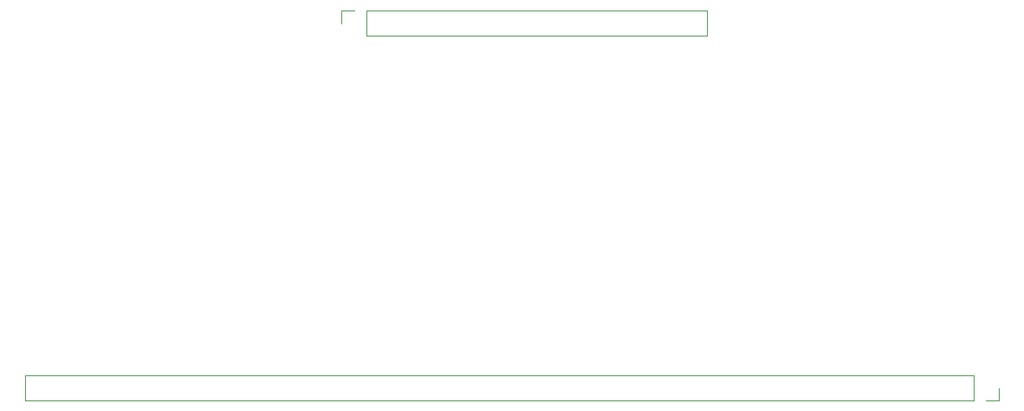
<source format=gbr>
%TF.GenerationSoftware,KiCad,Pcbnew,(6.0.0-0)*%
%TF.CreationDate,2022-01-25T13:08:08-05:00*%
%TF.ProjectId,EEPROM-Board,45455052-4f4d-42d4-926f-6172642e6b69,rev?*%
%TF.SameCoordinates,Original*%
%TF.FileFunction,Legend,Bot*%
%TF.FilePolarity,Positive*%
%FSLAX46Y46*%
G04 Gerber Fmt 4.6, Leading zero omitted, Abs format (unit mm)*
G04 Created by KiCad (PCBNEW (6.0.0-0)) date 2022-01-25 13:08:08*
%MOMM*%
%LPD*%
G01*
G04 APERTURE LIST*
%ADD10C,0.120000*%
G04 APERTURE END LIST*
D10*
%TO.C,J4*%
X104837000Y-82102000D02*
X104837000Y-79442000D01*
X203957000Y-82102000D02*
X104837000Y-82102000D01*
X203957000Y-79442000D02*
X104837000Y-79442000D01*
X203957000Y-82102000D02*
X203957000Y-79442000D01*
X205227000Y-82102000D02*
X206557000Y-82102000D01*
X206557000Y-82102000D02*
X206557000Y-80772000D01*
%TO.C,J1*%
X137867000Y-41342000D02*
X137867000Y-42672000D01*
X139197000Y-41342000D02*
X137867000Y-41342000D01*
X140467000Y-41342000D02*
X140467000Y-44002000D01*
X140467000Y-44002000D02*
X176087000Y-44002000D01*
X140467000Y-41342000D02*
X176087000Y-41342000D01*
X176087000Y-41342000D02*
X176087000Y-44002000D01*
%TD*%
M02*

</source>
